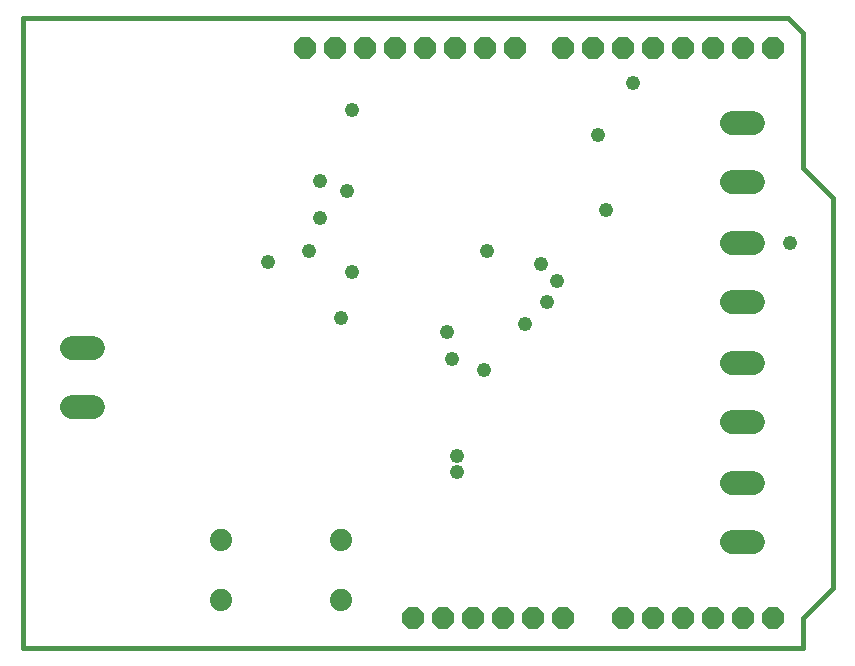
<source format=gbs>
G75*
%MOIN*%
%OFA0B0*%
%FSLAX25Y25*%
%IPPOS*%
%LPD*%
%AMOC8*
5,1,8,0,0,1.08239X$1,22.5*
%
%ADD10C,0.01600*%
%ADD11OC8,0.07400*%
%ADD12C,0.07850*%
%ADD13C,0.07400*%
%ADD14C,0.04800*%
D10*
X0027000Y0006800D02*
X0287000Y0006800D01*
X0287000Y0016800D01*
X0297000Y0026800D01*
X0297000Y0156800D01*
X0287000Y0166800D01*
X0287000Y0211800D01*
X0282000Y0216800D01*
X0027000Y0216800D01*
X0027000Y0006800D01*
D11*
X0157000Y0016800D03*
X0167000Y0016800D03*
X0177000Y0016800D03*
X0187000Y0016800D03*
X0197000Y0016800D03*
X0207000Y0016800D03*
X0227000Y0016800D03*
X0237000Y0016800D03*
X0247000Y0016800D03*
X0257000Y0016800D03*
X0267000Y0016800D03*
X0277000Y0016800D03*
X0277000Y0206800D03*
X0267000Y0206800D03*
X0257000Y0206800D03*
X0247000Y0206800D03*
X0237000Y0206800D03*
X0227000Y0206800D03*
X0217000Y0206800D03*
X0207000Y0206800D03*
X0191000Y0206800D03*
X0181000Y0206800D03*
X0171000Y0206800D03*
X0161000Y0206800D03*
X0151000Y0206800D03*
X0141000Y0206800D03*
X0131000Y0206800D03*
X0121000Y0206800D03*
D12*
X0050525Y0106643D02*
X0043475Y0106643D01*
X0043475Y0086957D02*
X0050525Y0086957D01*
X0263475Y0081957D02*
X0270525Y0081957D01*
X0270525Y0101643D02*
X0263475Y0101643D01*
X0263475Y0121957D02*
X0270525Y0121957D01*
X0270525Y0141643D02*
X0263475Y0141643D01*
X0263475Y0161957D02*
X0270525Y0161957D01*
X0270525Y0181643D02*
X0263475Y0181643D01*
X0263475Y0061643D02*
X0270525Y0061643D01*
X0270525Y0041957D02*
X0263475Y0041957D01*
D13*
X0133000Y0042800D03*
X0133000Y0022800D03*
X0093000Y0022800D03*
X0093000Y0042800D03*
D14*
X0171900Y0065300D03*
X0171900Y0070700D03*
X0180900Y0099500D03*
X0170100Y0103100D03*
X0168300Y0112100D03*
X0194400Y0114800D03*
X0201600Y0122000D03*
X0205200Y0129200D03*
X0199800Y0134600D03*
X0181800Y0139100D03*
X0221400Y0152600D03*
X0218700Y0177800D03*
X0230400Y0194900D03*
X0282600Y0141800D03*
X0136800Y0131900D03*
X0122400Y0139100D03*
X0108900Y0135500D03*
X0126000Y0149900D03*
X0135000Y0158900D03*
X0126000Y0162500D03*
X0136800Y0185900D03*
X0133200Y0116600D03*
M02*

</source>
